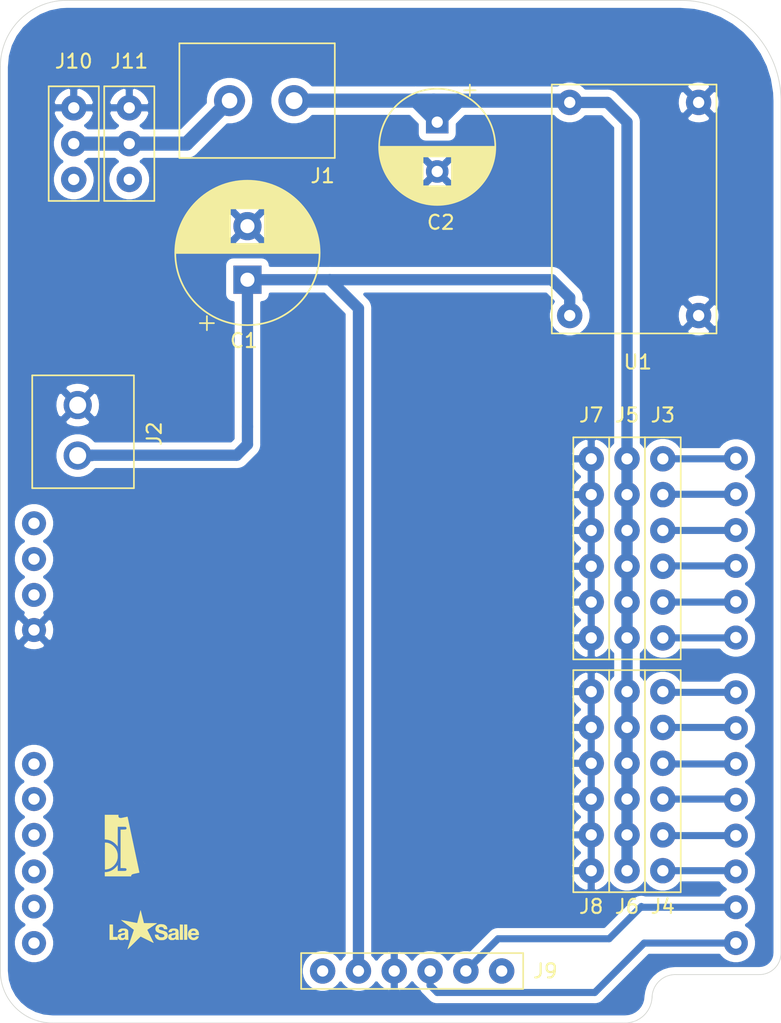
<source format=kicad_pcb>
(kicad_pcb (version 20171130) (host pcbnew "(5.1.5)-3")
  (layers (0 F.Cu signal hide) (31 B.Cu signal hide) (34 B.Paste user) (35 F.Paste user hide) (36 B.SilkS user hide) (37 F.SilkS user) (38 B.Mask user) (39 F.Mask user) (44 Edge.Cuts user))
  (net 0 "")
  (net 1 GND)
  (net 2 ALIM)
  (net 3 5V)
  (net 4 "Net-(J9-Pad6)")
  (net 5 "Net-(J9-Pad1)")
  (net 6 "Net-(F1-Pad24)")
  (net 7 "Net-(F1-Pad23)")
  (net 8 "Net-(F1-Pad22)")
  (net 9 "Net-(F1-Pad21)")
  (net 10 "Net-(F1-Pad20)")
  (net 11 "Net-(F1-Pad19)")
  (net 12 "Net-(F1-Pad18)")
  (net 13 "Net-(F1-Pad17)")
  (net 14 "Net-(F1-Pad16)")
  (net 15 "Net-(F1-Pad15)")
  (net 16 "Net-(F1-Pad14)")
  (net 17 "Net-(F1-Pad13)")
  (net 18 "Net-(F1-Pad12)")
  (net 19 "Net-(F1-Pad10)")
  (net 20 "Net-(F1-Pad9)")
  (net 21 "Net-(F1-Pad8)")
  (net 22 "Net-(F1-Pad6)")
  (net 23 "Net-(F1-Pad5)")
  (net 24 "Net-(F1-Pad4)")
  (net 25 "Net-(F1-Pad3)")
  (net 26 "Net-(F1-Pad2)")
  (net 27 "Net-(F1-Pad1)")
  (net 28 "Net-(F1-Pad11)")
  (net 29 "Net-(J1-Pad1)")
  (net 30 "Net-(J10-Pad3)")
  (net 31 "Net-(J11-Pad3)")
  (module Desktop:lsblogo (layer F.Cu) (at 106.172 97.663)
    (fp_text reference G*** hide)
    (fp_text value LOGO hide)
  )
  (module Desktop:LogoDB (layer F.Cu) (at 105.791 91.694)
    (fp_text reference G*** hide)
    (fp_text value LOGO hide)
  )
  (module FPGA:Shield (layer F.Cu) (at 96.52 33.02)
    (fp_text reference F1 hide)
    (fp_text value "Shield FPGA" hide)
    (pad 24 thru_hole circle (at 50.9016 31.2158) (size 1.7 1.7) (drill 0.8) (layers *.Cu *.Mask) (net 6 "Net-(F1-Pad24)"))
    (pad 23 thru_hole circle (at 50.9016 33.7558) (size 1.7 1.7) (drill 0.8) (layers *.Cu *.Mask) (net 7 "Net-(F1-Pad23)"))
    (pad 22 thru_hole circle (at 50.9016 36.2966) (size 1.7 1.7) (drill 0.8) (layers *.Cu *.Mask) (net 8 "Net-(F1-Pad22)"))
    (pad 21 thru_hole circle (at 50.9016 38.8366) (size 1.7 1.7) (drill 0.8) (layers *.Cu *.Mask) (net 9 "Net-(F1-Pad21)"))
    (pad 20 thru_hole circle (at 50.9016 41.3766) (size 1.7 1.7) (drill 0.8) (layers *.Cu *.Mask) (net 10 "Net-(F1-Pad20)"))
    (pad 19 thru_hole circle (at 50.9016 43.9158) (size 1.7 1.7) (drill 0.8) (layers *.Cu *.Mask) (net 11 "Net-(F1-Pad19)"))
    (pad 18 thru_hole circle (at 50.9016 47.8028) (size 1.7 1.7) (drill 0.8) (layers *.Cu *.Mask) (net 12 "Net-(F1-Pad18)"))
    (pad 17 thru_hole circle (at 50.9016 50.3428) (size 1.7 1.7) (drill 0.8) (layers *.Cu *.Mask) (net 13 "Net-(F1-Pad17)"))
    (pad 16 thru_hole circle (at 50.9016 52.8828) (size 1.7 1.7) (drill 0.8) (layers *.Cu *.Mask) (net 14 "Net-(F1-Pad16)"))
    (pad 15 thru_hole circle (at 50.9016 55.4228) (size 1.7 1.7) (drill 0.8) (layers *.Cu *.Mask) (net 15 "Net-(F1-Pad15)"))
    (pad 14 thru_hole circle (at 50.9016 57.9628) (size 1.7 1.7) (drill 0.8) (layers *.Cu *.Mask) (net 16 "Net-(F1-Pad14)"))
    (pad 13 thru_hole circle (at 50.9016 60.5028) (size 1.7 1.7) (drill 0.8) (layers *.Cu *.Mask) (net 17 "Net-(F1-Pad13)"))
    (pad 12 thru_hole circle (at 50.9016 63.0428) (size 1.7 1.7) (drill 0.8) (layers *.Cu *.Mask) (net 18 "Net-(F1-Pad12)"))
    (pad 11 thru_hole circle (at 50.9016 65.5828) (size 1.7 1.7) (drill 0.8) (layers *.Cu *.Mask) (net 28 "Net-(F1-Pad11)"))
    (pad 10 thru_hole circle (at 1.1176 35.814) (size 1.7 1.7) (drill 0.8) (layers *.Cu *.Mask) (net 19 "Net-(F1-Pad10)"))
    (pad 9 thru_hole circle (at 1.1176 38.354) (size 1.7 1.7) (drill 0.8) (layers *.Cu *.Mask) (net 20 "Net-(F1-Pad9)"))
    (pad 8 thru_hole circle (at 1.1176 40.894) (size 1.7 1.7) (drill 0.8) (layers *.Cu *.Mask) (net 21 "Net-(F1-Pad8)"))
    (pad 7 thru_hole circle (at 1.1176 43.3832) (size 1.7 1.7) (drill 0.8) (layers *.Cu *.Mask) (net 1 GND))
    (pad 6 thru_hole circle (at 1.1176 52.8828) (size 1.7 1.7) (drill 0.8) (layers *.Cu *.Mask) (net 22 "Net-(F1-Pad6)"))
    (pad 5 thru_hole circle (at 1.1176 55.372) (size 1.7 1.7) (drill 0.8) (layers *.Cu *.Mask) (net 23 "Net-(F1-Pad5)"))
    (pad 4 thru_hole circle (at 1.1176 57.912) (size 1.7 1.7) (drill 0.8) (layers *.Cu *.Mask) (net 24 "Net-(F1-Pad4)"))
    (pad 3 thru_hole circle (at 1.1176 60.5028) (size 1.7 1.7) (drill 0.8) (layers *.Cu *.Mask) (net 25 "Net-(F1-Pad3)"))
    (pad 2 thru_hole circle (at 1.1176 62.992) (size 1.7 1.7) (drill 0.8) (layers *.Cu *.Mask) (net 26 "Net-(F1-Pad2)"))
    (pad 1 thru_hole circle (at 1.1176 65.5828) (size 1.7 1.7) (drill 0.8) (layers *.Cu *.Mask) (net 27 "Net-(F1-Pad1)"))
  )
  (module FPGA:Header1x06 (layer F.Cu) (at 142.24 61.722)
    (fp_text reference J3 (at 0 -0.5588) (layer F.SilkS))
    (fp_text value ServoSignal)
    (pad 1 thru_hole oval (at 0 2.54) (size 1.8 1.8) (drill 0.8) (layers *.Cu *.Mask) (net 6 "Net-(F1-Pad24)"))
    (pad 2 thru_hole oval (at 0 5.08) (size 1.8 1.8) (drill 0.8) (layers *.Cu *.Mask) (net 7 "Net-(F1-Pad23)"))
    (pad 3 thru_hole oval (at 0 7.62) (size 1.8 1.8) (drill 0.8) (layers *.Cu *.Mask) (net 8 "Net-(F1-Pad22)"))
    (pad 4 thru_hole oval (at 0 10.16) (size 1.8 1.8) (drill 0.8) (layers *.Cu *.Mask) (net 9 "Net-(F1-Pad21)"))
    (pad 5 thru_hole oval (at 0 12.7) (size 1.8 1.8) (drill 0.8) (layers *.Cu *.Mask) (net 10 "Net-(F1-Pad20)"))
    (pad 6 thru_hole oval (at 0 15.24) (size 1.8 1.8) (drill 0.8) (layers *.Cu *.Mask) (net 11 "Net-(F1-Pad19)"))
  )
  (module Capacitor_THT:CP_Radial_D10.0mm_P3.80mm (layer F.Cu) (at 112.776 51.562 90)
    (fp_text reference C1 (at -4.318 -0.254 180) (layer F.SilkS))
    (fp_text value "1000uF 25V")
    (pad 2 thru_hole circle (at 3.8 0 90) (size 2 2) (drill 1) (layers *.Cu *.Mask) (net 1 GND))
    (pad 1 thru_hole rect (at 0 0 90) (size 2 2) (drill 1) (layers *.Cu *.Mask) (net 3 5V))
  )
  (module "FPGA:Bornero Interruptor" (layer F.Cu) (at 114.046 35.306)
    (fp_text reference J1 (at 4.064 8.89 180) (layer F.SilkS))
    (fp_text value BorneroInterruptor hide)
    (pad 2 thru_hole circle (at 2.032 3.556) (size 2.2 2.2) (drill 1.2) (layers *.Cu *.Mask) (net 2 ALIM))
    (pad 1 thru_hole circle (at -2.54 3.556) (size 2.2 2.2) (drill 1.1) (layers *.Cu *.Mask) (net 29 "Net-(J1-Pad1)"))
  )
  (module "FPGA:Bornero USB" (layer F.Cu) (at 95.25 62.23 90)
    (fp_text reference J2 (at -0.254 10.922 270) (layer F.SilkS))
    (fp_text value BorneroUSB hide)
    (pad 1 thru_hole circle (at -1.8034 5.4864 90) (size 2 2) (drill 1.2) (layers *.Cu *.Mask) (net 3 5V))
    (pad 2 thru_hole circle (at 1.778 5.4864 90) (size 2 2) (drill 1.2) (layers *.Cu *.Mask) (net 1 GND))
  )
  (module Capacitor_THT:CP_Radial_D8.0mm_P3.50mm (layer F.Cu) (at 126.238 40.386 270)
    (fp_text reference C2 (at 7.112 -0.254 180) (layer F.SilkS))
    (fp_text value "820uF 6.3V")
    (pad 2 thru_hole circle (at 3.5 0 270) (size 1.6 1.6) (drill 0.8) (layers *.Cu *.Mask) (net 1 GND))
    (pad 1 thru_hole rect (at 0 0 270) (size 1.6 1.6) (drill 0.8) (layers *.Cu *.Mask) (net 2 ALIM))
  )
  (module FPGA:Header1x03 (layer F.Cu) (at 100.457 36.83)
    (fp_text reference J10 (at 0 -0.762) (layer F.SilkS))
    (fp_text value BATT)
    (pad 1 thru_hole oval (at 0 2.54) (size 1.8 1.8) (drill 0.8) (layers *.Cu *.Mask) (net 1 GND))
    (pad 2 thru_hole oval (at 0 5.08) (size 1.8 1.8) (drill 0.8) (layers *.Cu *.Mask) (net 29 "Net-(J1-Pad1)"))
    (pad 3 thru_hole oval (at 0 7.62) (size 1.8 1.8) (drill 0.8) (layers *.Cu *.Mask) (net 30 "Net-(J10-Pad3)"))
  )
  (module FPGA:Header1x03 (layer F.Cu) (at 104.394 36.83)
    (fp_text reference J11 (at 0 -0.762) (layer F.SilkS))
    (fp_text value BATT)
    (pad 3 thru_hole oval (at 0 7.62) (size 1.8 1.8) (drill 0.8) (layers *.Cu *.Mask) (net 31 "Net-(J11-Pad3)"))
    (pad 2 thru_hole oval (at 0 5.08) (size 1.8 1.8) (drill 0.8) (layers *.Cu *.Mask) (net 29 "Net-(J1-Pad1)"))
    (pad 1 thru_hole oval (at 0 2.54) (size 1.8 1.8) (drill 0.8) (layers *.Cu *.Mask) (net 1 GND))
  )
  (module FPGA:BUCK (layer F.Cu) (at 140.462 37.592)
    (fp_text reference U1 (at 0 19.812) (layer F.SilkS))
    (fp_text value BUCK)
    (pad 4 thru_hole circle (at 4.318 16.51) (size 1.8 1.8) (drill 0.8) (layers *.Cu *.Mask) (net 1 GND))
    (pad 3 thru_hole circle (at -4.826 16.51) (size 1.8 1.8) (drill 0.8) (layers *.Cu *.Mask) (net 3 5V))
    (pad 1 thru_hole circle (at -4.826 1.397) (size 1.8 1.8) (drill 0.8) (layers *.Cu *.Mask) (net 2 ALIM))
    (pad 2 thru_hole circle (at 4.318 1.397) (size 1.8 1.8) (drill 0.8) (layers *.Cu *.Mask) (net 1 GND))
  )
  (module FPGA:Header1x06 (layer F.Cu) (at 142.24 78.232)
    (fp_text reference J4 (at 0 17.78) (layer F.SilkS))
    (fp_text value ServoSignal)
    (pad 6 thru_hole oval (at 0 15.24) (size 1.8 1.8) (drill 0.8) (layers *.Cu *.Mask) (net 17 "Net-(F1-Pad13)"))
    (pad 5 thru_hole oval (at 0 12.7) (size 1.8 1.8) (drill 0.8) (layers *.Cu *.Mask) (net 16 "Net-(F1-Pad14)"))
    (pad 4 thru_hole oval (at 0 10.16) (size 1.8 1.8) (drill 0.8) (layers *.Cu *.Mask) (net 15 "Net-(F1-Pad15)"))
    (pad 3 thru_hole oval (at 0 7.62) (size 1.8 1.8) (drill 0.8) (layers *.Cu *.Mask) (net 14 "Net-(F1-Pad16)"))
    (pad 2 thru_hole oval (at 0 5.08) (size 1.8 1.8) (drill 0.8) (layers *.Cu *.Mask) (net 13 "Net-(F1-Pad17)"))
    (pad 1 thru_hole oval (at 0 2.54) (size 1.8 1.8) (drill 0.8) (layers *.Cu *.Mask) (net 12 "Net-(F1-Pad18)"))
  )
  (module FPGA:Header1x06 (layer F.Cu) (at 139.7 61.722)
    (fp_text reference J5 (at 0 -0.5588) (layer F.SilkS))
    (fp_text value Servo+)
    (pad 6 thru_hole oval (at 0 15.24) (size 1.8 1.8) (drill 0.8) (layers *.Cu *.Mask) (net 2 ALIM))
    (pad 5 thru_hole oval (at 0 12.7) (size 1.8 1.8) (drill 0.8) (layers *.Cu *.Mask) (net 2 ALIM))
    (pad 4 thru_hole oval (at 0 10.16) (size 1.8 1.8) (drill 0.8) (layers *.Cu *.Mask) (net 2 ALIM))
    (pad 3 thru_hole oval (at 0 7.62) (size 1.8 1.8) (drill 0.8) (layers *.Cu *.Mask) (net 2 ALIM))
    (pad 2 thru_hole oval (at 0 5.08) (size 1.8 1.8) (drill 0.8) (layers *.Cu *.Mask) (net 2 ALIM))
    (pad 1 thru_hole oval (at 0 2.54) (size 1.8 1.8) (drill 0.8) (layers *.Cu *.Mask) (net 2 ALIM))
  )
  (module FPGA:Header1x06 (layer F.Cu) (at 139.7 78.232)
    (fp_text reference J6 (at 0 17.78) (layer F.SilkS))
    (fp_text value Servo+)
    (pad 1 thru_hole oval (at 0 2.54) (size 1.8 1.8) (drill 0.8) (layers *.Cu *.Mask) (net 2 ALIM))
    (pad 2 thru_hole oval (at 0 5.08) (size 1.8 1.8) (drill 0.8) (layers *.Cu *.Mask) (net 2 ALIM))
    (pad 3 thru_hole oval (at 0 7.62) (size 1.8 1.8) (drill 0.8) (layers *.Cu *.Mask) (net 2 ALIM))
    (pad 4 thru_hole oval (at 0 10.16) (size 1.8 1.8) (drill 0.8) (layers *.Cu *.Mask) (net 2 ALIM))
    (pad 5 thru_hole oval (at 0 12.7) (size 1.8 1.8) (drill 0.8) (layers *.Cu *.Mask) (net 2 ALIM))
    (pad 6 thru_hole oval (at 0 15.24) (size 1.8 1.8) (drill 0.8) (layers *.Cu *.Mask) (net 2 ALIM))
  )
  (module FPGA:Header1x06 (layer F.Cu) (at 137.16 61.722)
    (fp_text reference J7 (at 0 -0.5588) (layer F.SilkS))
    (fp_text value ServoGND)
    (pad 6 thru_hole oval (at 0 15.24) (size 1.8 1.8) (drill 0.8) (layers *.Cu *.Mask) (net 1 GND))
    (pad 5 thru_hole oval (at 0 12.7) (size 1.8 1.8) (drill 0.8) (layers *.Cu *.Mask) (net 1 GND))
    (pad 4 thru_hole oval (at 0 10.16) (size 1.8 1.8) (drill 0.8) (layers *.Cu *.Mask) (net 1 GND))
    (pad 3 thru_hole oval (at 0 7.62) (size 1.8 1.8) (drill 0.8) (layers *.Cu *.Mask) (net 1 GND))
    (pad 2 thru_hole oval (at 0 5.08) (size 1.8 1.8) (drill 0.8) (layers *.Cu *.Mask) (net 1 GND))
    (pad 1 thru_hole oval (at 0 2.54) (size 1.8 1.8) (drill 0.8) (layers *.Cu *.Mask) (net 1 GND))
  )
  (module FPGA:Header1x06 (layer F.Cu) (at 137.16 78.232)
    (fp_text reference J8 (at 0 17.78) (layer F.SilkS))
    (fp_text value ServoGND)
    (pad 1 thru_hole oval (at 0 2.54) (size 1.8 1.8) (drill 0.8) (layers *.Cu *.Mask) (net 1 GND))
    (pad 2 thru_hole oval (at 0 5.08) (size 1.8 1.8) (drill 0.8) (layers *.Cu *.Mask) (net 1 GND))
    (pad 3 thru_hole oval (at 0 7.62) (size 1.8 1.8) (drill 0.8) (layers *.Cu *.Mask) (net 1 GND))
    (pad 4 thru_hole oval (at 0 10.16) (size 1.8 1.8) (drill 0.8) (layers *.Cu *.Mask) (net 1 GND))
    (pad 5 thru_hole oval (at 0 12.7) (size 1.8 1.8) (drill 0.8) (layers *.Cu *.Mask) (net 1 GND))
    (pad 6 thru_hole oval (at 0 15.24) (size 1.8 1.8) (drill 0.8) (layers *.Cu *.Mask) (net 1 GND))
  )
  (module FPGA:Header1x06 (layer F.Cu) (at 133.35 100.584 270)
    (fp_text reference J9 (at 0 -0.5588 180) (layer F.SilkS))
    (fp_text value Bluetooth)
    (pad 1 thru_hole oval (at 0 2.54 270) (size 1.8 1.8) (drill 0.8) (layers *.Cu *.Mask) (net 5 "Net-(J9-Pad1)"))
    (pad 2 thru_hole oval (at 0 5.08 270) (size 1.8 1.8) (drill 0.8) (layers *.Cu *.Mask) (net 18 "Net-(F1-Pad12)"))
    (pad 3 thru_hole oval (at 0 7.62 270) (size 1.8 1.8) (drill 0.8) (layers *.Cu *.Mask) (net 28 "Net-(F1-Pad11)"))
    (pad 4 thru_hole oval (at 0 10.16 270) (size 1.8 1.8) (drill 0.8) (layers *.Cu *.Mask) (net 1 GND))
    (pad 5 thru_hole oval (at 0 12.7 270) (size 1.8 1.8) (drill 0.8) (layers *.Cu *.Mask) (net 3 5V))
    (pad 6 thru_hole oval (at 0 15.24 270) (size 1.8 1.8) (drill 0.8) (layers *.Cu *.Mask) (net 4 "Net-(J9-Pad6)"))
  )
  (gr_arc (start 99.949 36.449) (end 99.949 31.75) (angle -90) (layer Edge.Cuts) (width 0.05))
  (gr_arc (start 98.933 100.584) (end 95.25 100.584) (angle -90) (layer Edge.Cuts) (width 0.05))
  (gr_arc (start 149.098 99.314) (end 149.098 100.838) (angle -90) (layer Edge.Cuts) (width 0.05))
  (gr_arc (start 143.129 102.489) (end 143.129 100.838) (angle -90) (layer Edge.Cuts) (width 0.05))
  (gr_arc (start 139.573 102.362) (end 139.573 104.267) (angle -90) (layer Edge.Cuts) (width 0.05))
  (gr_line (start 143.129 100.838) (end 149.098 100.838) (layer Edge.Cuts) (width 0.05))
  (gr_arc (start 143.51 38.862) (end 150.622 38.862) (angle -90) (layer Edge.Cuts) (width 0.05))
  (gr_line (start 95.25 100.584) (end 95.25 36.449) (layer Edge.Cuts) (width 0.05))
  (gr_line (start 150.622 38.862) (end 150.622 99.314) (layer Edge.Cuts) (width 0.05))
  (gr_line (start 99.949 31.75) (end 143.51 31.75) (layer Edge.Cuts) (width 0.05))
  (gr_line (start 139.573 104.267) (end 98.933 104.267) (layer Edge.Cuts) (width 0.05))
  (segment (start 126.238 40.386) (end 126.238 40.132) (width 1) (layer B.Cu) (net 2))
  (segment (start 135.509 38.862) (end 135.636 38.989) (width 1) (layer B.Cu) (net 2))
  (segment (start 126.238 40.386) (end 127.762 38.862) (width 1) (layer B.Cu) (net 2))
  (segment (start 127.762 38.862) (end 135.509 38.862) (width 1) (layer B.Cu) (net 2))
  (segment (start 126.238 40.386) (end 126.238 39.116) (width 1) (layer B.Cu) (net 2))
  (segment (start 126.238 39.116) (end 125.984 38.862) (width 1) (layer B.Cu) (net 2))
  (segment (start 125.984 38.862) (end 127.762 38.862) (width 1) (layer B.Cu) (net 2))
  (segment (start 126.238 40.386) (end 124.714 38.862) (width 1) (layer B.Cu) (net 2))
  (segment (start 116.078 38.862) (end 124.714 38.862) (width 1) (layer B.Cu) (net 2))
  (segment (start 124.714 38.862) (end 125.984 38.862) (width 1) (layer B.Cu) (net 2))
  (segment (start 135.636 38.989) (end 138.303 38.989) (width 0.8) (layer B.Cu) (net 2))
  (segment (start 138.303 38.989) (end 139.7 40.386) (width 0.8) (layer B.Cu) (net 2))
  (segment (start 139.7 40.386) (end 139.7 93.472) (width 0.8) (layer B.Cu) (net 2))
  (segment (start 135.636 52.832) (end 135.636 54.102) (width 0.8) (layer B.Cu) (net 3))
  (segment (start 134.366 51.562) (end 135.636 52.832) (width 0.8) (layer B.Cu) (net 3))
  (segment (start 120.65 53.594) (end 118.618 51.562) (width 0.8) (layer B.Cu) (net 3))
  (segment (start 120.65 100.584) (end 120.65 53.594) (width 0.8) (layer B.Cu) (net 3))
  (segment (start 112.776 51.562) (end 118.618 51.562) (width 0.8) (layer B.Cu) (net 3))
  (segment (start 118.618 51.562) (end 134.366 51.562) (width 0.8) (layer B.Cu) (net 3))
  (segment (start 112.776 61.976) (end 112.776 51.562) (width 0.8) (layer B.Cu) (net 3))
  (segment (start 112.776 63.246) (end 112.776 61.976) (width 0.8) (layer B.Cu) (net 3))
  (segment (start 101.736399 64.008) (end 112.014 64.008) (width 0.8) (layer B.Cu) (net 3))
  (segment (start 112.014 64.008) (end 112.776 63.246) (width 0.8) (layer B.Cu) (net 3))
  (segment (start 101.710999 64.0334) (end 101.736399 64.008) (width 0.8) (layer B.Cu) (net 3))
  (segment (start 100.7364 64.0334) (end 101.710999 64.0334) (width 0.8) (layer B.Cu) (net 3))
  (segment (start 147.3954 64.262) (end 147.4216 64.2358) (width 0.5) (layer B.Cu) (net 6))
  (segment (start 142.24 64.262) (end 147.3954 64.262) (width 0.5) (layer B.Cu) (net 6))
  (segment (start 142.2662 66.7758) (end 142.24 66.802) (width 0.5) (layer B.Cu) (net 7))
  (segment (start 147.4216 66.7758) (end 142.2662 66.7758) (width 0.5) (layer B.Cu) (net 7))
  (segment (start 147.3962 69.342) (end 147.4216 69.3166) (width 0.5) (layer B.Cu) (net 8))
  (segment (start 142.24 69.342) (end 147.3962 69.342) (width 0.5) (layer B.Cu) (net 8))
  (segment (start 142.2654 71.8566) (end 142.24 71.882) (width 0.5) (layer B.Cu) (net 9))
  (segment (start 147.4216 71.8566) (end 142.2654 71.8566) (width 0.5) (layer B.Cu) (net 9))
  (segment (start 147.3962 74.422) (end 147.4216 74.3966) (width 0.5) (layer B.Cu) (net 10))
  (segment (start 142.24 74.422) (end 147.3962 74.422) (width 0.5) (layer B.Cu) (net 10))
  (segment (start 147.3954 76.962) (end 147.4216 76.9358) (width 0.5) (layer B.Cu) (net 11))
  (segment (start 142.24 76.962) (end 147.3954 76.962) (width 0.5) (layer B.Cu) (net 11))
  (segment (start 142.2908 80.8228) (end 142.24 80.772) (width 0.5) (layer B.Cu) (net 12))
  (segment (start 147.4216 80.8228) (end 142.2908 80.8228) (width 0.5) (layer B.Cu) (net 12))
  (segment (start 147.3708 83.312) (end 147.4216 83.3628) (width 0.5) (layer B.Cu) (net 13))
  (segment (start 142.24 83.312) (end 147.3708 83.312) (width 0.5) (layer B.Cu) (net 13))
  (segment (start 142.2908 85.9028) (end 142.24 85.852) (width 0.5) (layer B.Cu) (net 14))
  (segment (start 147.4216 85.9028) (end 142.2908 85.9028) (width 0.5) (layer B.Cu) (net 14))
  (segment (start 147.3708 88.392) (end 147.4216 88.4428) (width 0.5) (layer B.Cu) (net 15))
  (segment (start 142.24 88.392) (end 147.3708 88.392) (width 0.5) (layer B.Cu) (net 15))
  (segment (start 142.2908 90.9828) (end 142.24 90.932) (width 0.5) (layer B.Cu) (net 16))
  (segment (start 147.4216 90.9828) (end 142.2908 90.9828) (width 0.5) (layer B.Cu) (net 16))
  (segment (start 147.3708 93.472) (end 147.4216 93.5228) (width 0.5) (layer B.Cu) (net 17))
  (segment (start 142.24 93.472) (end 147.3708 93.472) (width 0.5) (layer B.Cu) (net 17))
  (segment (start 128.27 100.584) (end 130.556 98.298) (width 0.5) (layer B.Cu) (net 18))
  (segment (start 130.556 98.298) (end 138.43 98.298) (width 0.5) (layer B.Cu) (net 18))
  (segment (start 138.43 98.298) (end 140.716 96.012) (width 0.5) (layer B.Cu) (net 18))
  (segment (start 140.7668 96.0628) (end 147.4216 96.0628) (width 0.5) (layer B.Cu) (net 18))
  (segment (start 140.716 96.012) (end 140.7668 96.0628) (width 0.5) (layer B.Cu) (net 18))
  (segment (start 125.73 100.584) (end 125.73 101.6) (width 0.5) (layer B.Cu) (net 28))
  (segment (start 125.73 101.6) (end 126.238 102.108) (width 0.5) (layer B.Cu) (net 28))
  (segment (start 126.238 102.108) (end 137.414 102.108) (width 0.5) (layer B.Cu) (net 28))
  (segment (start 140.9192 98.6028) (end 147.4216 98.6028) (width 0.5) (layer B.Cu) (net 28))
  (segment (start 137.414 102.108) (end 140.9192 98.6028) (width 0.5) (layer B.Cu) (net 28))
  (segment (start 104.394 41.91) (end 108.458 41.91) (width 1) (layer B.Cu) (net 29))
  (segment (start 100.584 41.91) (end 104.394 41.91) (width 1) (layer B.Cu) (net 29))
  (segment (start 108.458 41.91) (end 111.506 38.862) (width 1) (layer B.Cu) (net 29))
  (zone (net 1) (net_name GND) (layer B.Cu) (connect_pads (clearance 0.508)) (min_thickness 0.254) (fill yes (arc_segments 32) (thermal_gap 0.508) (thermal_bridge_width 0.508))
    (polygon (pts (xy 152.654 105.537) (xy 92.964 105.537) (xy 93.091 30.48) (xy 93.091 30.353) (xy 152.146 30.353)))
  )
)
</source>
